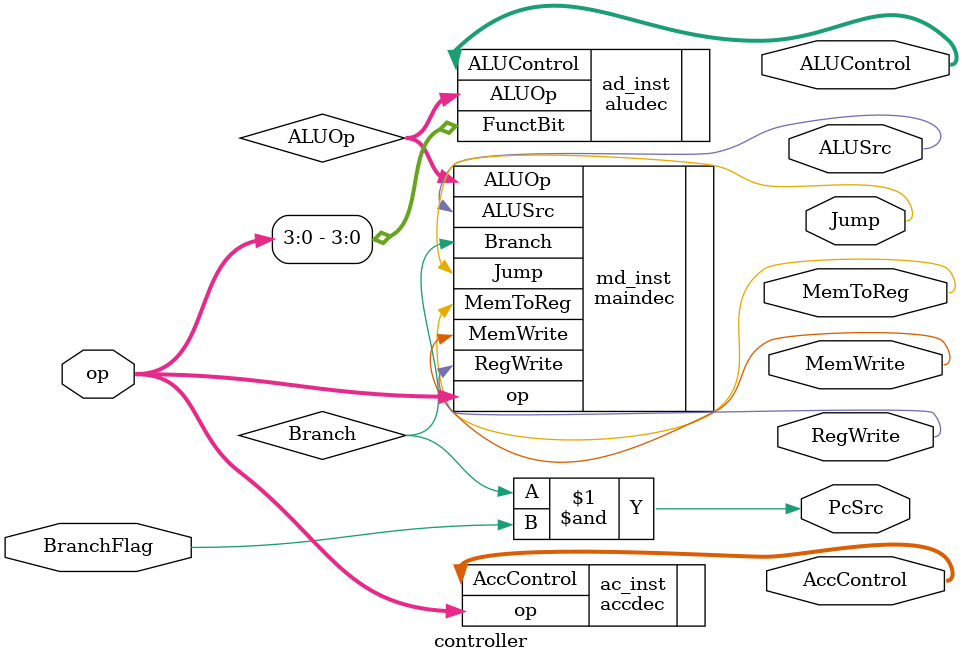
<source format=v>
`include "maindec.v"
`include "aludec.v"
`include "accdec.v"

module controller(
	input wire[5:0] op,
	input wire BranchFlag,

	output wire MemToReg,
	output wire MemWrite,
	output wire PcSrc,
	output wire ALUSrc,
	output wire RegWrite,
	output wire Jump,
  	output wire[2:0] ALUControl,

  	output wire[2:0] AccControl
    );

	wire[1:0] ALUOp;
	wire Branch;

 	maindec md_inst (
        .op (op),
        .MemToReg(MemToReg),
        .MemWrite(MemWrite),
        .Branch  (Branch),
        .ALUSrc  (ALUSrc),
        .RegWrite(RegWrite),
        .Jump    (Jump),
        .ALUOp   (ALUOp)
    );

	aludec ad_inst (
        .ALUOp     (ALUOp),
        .FunctBit  (op[3:0]),
        .ALUControl(ALUControl)
    );

    accdec ac_inst(
  	    .op         (op),
	    .AccControl (AccControl)
	);

	assign PcSrc = Branch & BranchFlag;
    
endmodule
</source>
